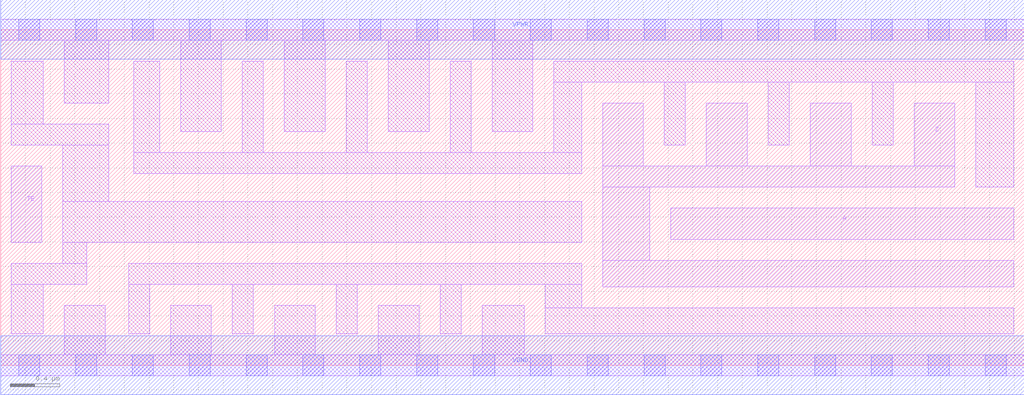
<source format=lef>
# Copyright 2020 The SkyWater PDK Authors
#
# Licensed under the Apache License, Version 2.0 (the "License");
# you may not use this file except in compliance with the License.
# You may obtain a copy of the License at
#
#     https://www.apache.org/licenses/LICENSE-2.0
#
# Unless required by applicable law or agreed to in writing, software
# distributed under the License is distributed on an "AS IS" BASIS,
# WITHOUT WARRANTIES OR CONDITIONS OF ANY KIND, either express or implied.
# See the License for the specific language governing permissions and
# limitations under the License.
#
# SPDX-License-Identifier: Apache-2.0

VERSION 5.7 ;
  NAMESCASESENSITIVE ON ;
  NOWIREEXTENSIONATPIN ON ;
  DIVIDERCHAR "/" ;
  BUSBITCHARS "[]" ;
UNITS
  DATABASE MICRONS 200 ;
END UNITS
MACRO sky130_fd_sc_hd__einvp_8
  CLASS CORE ;
  SOURCE USER ;
  FOREIGN sky130_fd_sc_hd__einvp_8 ;
  ORIGIN  0.000000  0.000000 ;
  SIZE  8.280000 BY  2.720000 ;
  SYMMETRY X Y R90 ;
  SITE unithd ;
  PIN A
    ANTENNAGATEAREA  1.980000 ;
    DIRECTION INPUT ;
    USE SIGNAL ;
    PORT
      LAYER li1 ;
        RECT 5.420000 1.020000 8.195000 1.275000 ;
    END
  END A
  PIN TE
    ANTENNAGATEAREA  1.027500 ;
    DIRECTION INPUT ;
    USE SIGNAL ;
    PORT
      LAYER li1 ;
        RECT 0.085000 0.995000 0.330000 1.615000 ;
    END
  END TE
  PIN Z
    ANTENNADIFFAREA  1.782000 ;
    DIRECTION OUTPUT ;
    USE SIGNAL ;
    PORT
      LAYER li1 ;
        RECT 4.870000 0.635000 8.195000 0.850000 ;
        RECT 4.870000 0.850000 5.250000 1.445000 ;
        RECT 4.870000 1.445000 7.720000 1.615000 ;
        RECT 4.870000 1.615000 5.200000 2.125000 ;
        RECT 5.710000 1.615000 6.040000 2.125000 ;
        RECT 6.550000 1.615000 6.880000 2.125000 ;
        RECT 7.390000 1.615000 7.720000 2.125000 ;
    END
  END Z
  PIN VGND
    DIRECTION INOUT ;
    SHAPE ABUTMENT ;
    USE GROUND ;
    PORT
      LAYER met1 ;
        RECT 0.000000 -0.240000 8.280000 0.240000 ;
    END
  END VGND
  PIN VPWR
    DIRECTION INOUT ;
    SHAPE ABUTMENT ;
    USE POWER ;
    PORT
      LAYER met1 ;
        RECT 0.000000 2.480000 8.280000 2.960000 ;
    END
  END VPWR
  OBS
    LAYER li1 ;
      RECT 0.000000 -0.085000 8.280000 0.085000 ;
      RECT 0.000000  2.635000 8.280000 2.805000 ;
      RECT 0.085000  0.255000 0.345000 0.655000 ;
      RECT 0.085000  0.655000 0.695000 0.825000 ;
      RECT 0.085000  1.785000 0.875000 1.955000 ;
      RECT 0.085000  1.955000 0.345000 2.465000 ;
      RECT 0.500000  0.825000 0.695000 0.995000 ;
      RECT 0.500000  0.995000 4.700000 1.325000 ;
      RECT 0.500000  1.325000 0.875000 1.785000 ;
      RECT 0.515000  0.085000 0.845000 0.485000 ;
      RECT 0.515000  2.125000 0.875000 2.635000 ;
      RECT 1.035000  0.255000 1.205000 0.655000 ;
      RECT 1.035000  0.655000 4.700000 0.825000 ;
      RECT 1.075000  1.555000 4.700000 1.725000 ;
      RECT 1.075000  1.725000 1.285000 2.465000 ;
      RECT 1.375000  0.085000 1.705000 0.485000 ;
      RECT 1.455000  1.895000 1.785000 2.635000 ;
      RECT 1.875000  0.255000 2.045000 0.655000 ;
      RECT 1.955000  1.725000 2.125000 2.465000 ;
      RECT 2.215000  0.085000 2.545000 0.485000 ;
      RECT 2.295000  1.895000 2.625000 2.635000 ;
      RECT 2.715000  0.255000 2.885000 0.655000 ;
      RECT 2.795000  1.725000 2.965000 2.465000 ;
      RECT 3.055000  0.085000 3.385000 0.485000 ;
      RECT 3.135000  1.895000 3.465000 2.635000 ;
      RECT 3.555000  0.255000 3.725000 0.655000 ;
      RECT 3.635000  1.725000 3.805000 2.465000 ;
      RECT 3.895000  0.085000 4.235000 0.485000 ;
      RECT 3.975000  1.895000 4.305000 2.635000 ;
      RECT 4.405000  0.255000 8.195000 0.465000 ;
      RECT 4.405000  0.465000 4.700000 0.655000 ;
      RECT 4.475000  1.725000 4.700000 2.295000 ;
      RECT 4.475000  2.295000 8.195000 2.465000 ;
      RECT 5.370000  1.785000 5.540000 2.295000 ;
      RECT 6.210000  1.785000 6.380000 2.295000 ;
      RECT 7.050000  1.785000 7.220000 2.295000 ;
      RECT 7.890000  1.445000 8.195000 2.295000 ;
    LAYER mcon ;
      RECT 0.145000 -0.085000 0.315000 0.085000 ;
      RECT 0.145000  2.635000 0.315000 2.805000 ;
      RECT 0.605000 -0.085000 0.775000 0.085000 ;
      RECT 0.605000  2.635000 0.775000 2.805000 ;
      RECT 1.065000 -0.085000 1.235000 0.085000 ;
      RECT 1.065000  2.635000 1.235000 2.805000 ;
      RECT 1.525000 -0.085000 1.695000 0.085000 ;
      RECT 1.525000  2.635000 1.695000 2.805000 ;
      RECT 1.985000 -0.085000 2.155000 0.085000 ;
      RECT 1.985000  2.635000 2.155000 2.805000 ;
      RECT 2.445000 -0.085000 2.615000 0.085000 ;
      RECT 2.445000  2.635000 2.615000 2.805000 ;
      RECT 2.905000 -0.085000 3.075000 0.085000 ;
      RECT 2.905000  2.635000 3.075000 2.805000 ;
      RECT 3.365000 -0.085000 3.535000 0.085000 ;
      RECT 3.365000  2.635000 3.535000 2.805000 ;
      RECT 3.825000 -0.085000 3.995000 0.085000 ;
      RECT 3.825000  2.635000 3.995000 2.805000 ;
      RECT 4.285000 -0.085000 4.455000 0.085000 ;
      RECT 4.285000  2.635000 4.455000 2.805000 ;
      RECT 4.745000 -0.085000 4.915000 0.085000 ;
      RECT 4.745000  2.635000 4.915000 2.805000 ;
      RECT 5.205000 -0.085000 5.375000 0.085000 ;
      RECT 5.205000  2.635000 5.375000 2.805000 ;
      RECT 5.665000 -0.085000 5.835000 0.085000 ;
      RECT 5.665000  2.635000 5.835000 2.805000 ;
      RECT 6.125000 -0.085000 6.295000 0.085000 ;
      RECT 6.125000  2.635000 6.295000 2.805000 ;
      RECT 6.585000 -0.085000 6.755000 0.085000 ;
      RECT 6.585000  2.635000 6.755000 2.805000 ;
      RECT 7.045000 -0.085000 7.215000 0.085000 ;
      RECT 7.045000  2.635000 7.215000 2.805000 ;
      RECT 7.505000 -0.085000 7.675000 0.085000 ;
      RECT 7.505000  2.635000 7.675000 2.805000 ;
      RECT 7.965000 -0.085000 8.135000 0.085000 ;
      RECT 7.965000  2.635000 8.135000 2.805000 ;
  END
END sky130_fd_sc_hd__einvp_8
END LIBRARY

</source>
